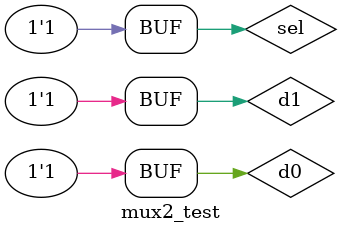
<source format=sv>
module mux2_test;
	logic d0, d1, sel, z;
	mux2 uut (
		.z(z),
		.d0(d0),
		.d1(d1),
		.sel(sel)
		);
		initial begin
		
			sel=0;
			d1=0;
			d0=0;
			
			#20
			sel=0;
			d1=0;
			d0=1;
			
			#20
			sel=0;
			d1=1;
			d0=0;
			
			#20
			sel=0;
			d1=1;
			d0=1;
			
			#20
			sel=1;
			d1=0;
			d0=0;
			
			#20
			sel=1;
			d1=0;
			d0=1;
			
			#20
			sel=1;
			d1=1;
			d0=0;
			
			#20
			sel=1;
			d1=1;
			d0=1;
		end
endmodule
</source>
